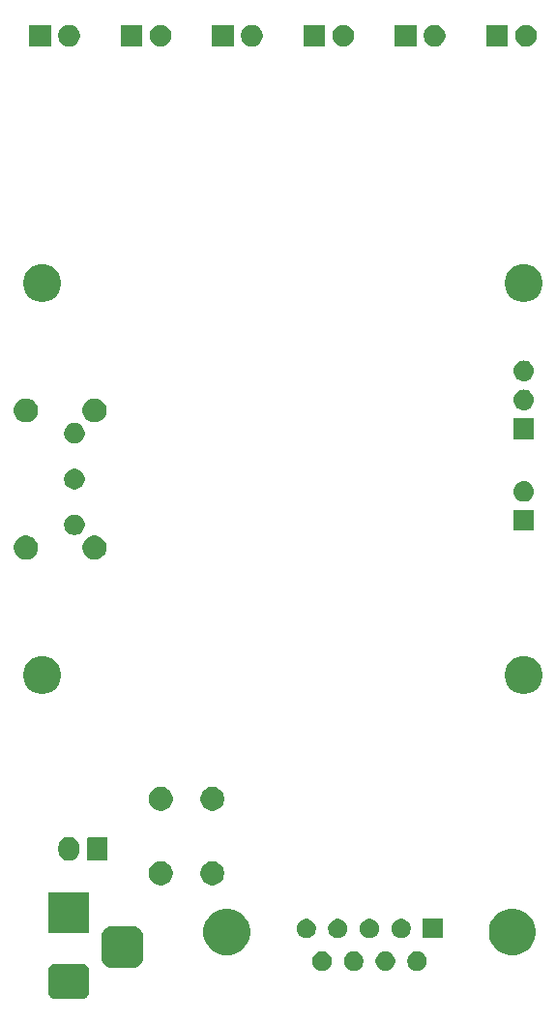
<source format=gbr>
G04 #@! TF.GenerationSoftware,KiCad,Pcbnew,(5.1.0)-1*
G04 #@! TF.CreationDate,2022-02-26T19:57:31-08:00*
G04 #@! TF.ProjectId,BITLINK_12F_R1,4249544c-494e-44b5-9f31-32465f52312e,rev?*
G04 #@! TF.SameCoordinates,PX7755c18PY8cd1ce0*
G04 #@! TF.FileFunction,Soldermask,Bot*
G04 #@! TF.FilePolarity,Negative*
%FSLAX45Y45*%
G04 Gerber Fmt 4.5, Leading zero omitted, Abs format (unit mm)*
G04 Created by KiCad (PCBNEW (5.1.0)-1) date 2022-02-26 19:57:31*
%MOMM*%
%LPD*%
G04 APERTURE LIST*
%ADD10C,0.100000*%
G04 APERTURE END LIST*
D10*
G36*
X659518Y689191D02*
G01*
X672883Y685137D01*
X685198Y678554D01*
X695994Y669694D01*
X704854Y658898D01*
X711437Y646583D01*
X715491Y633218D01*
X716920Y618706D01*
X716920Y452334D01*
X715491Y437822D01*
X711437Y424457D01*
X704854Y412142D01*
X695994Y401346D01*
X685198Y392486D01*
X672883Y385903D01*
X659518Y381849D01*
X645006Y380420D01*
X428634Y380420D01*
X414122Y381849D01*
X400757Y385903D01*
X388442Y392486D01*
X377646Y401346D01*
X368786Y412142D01*
X362203Y424457D01*
X358149Y437822D01*
X356720Y452334D01*
X356720Y618706D01*
X358149Y633218D01*
X362203Y646583D01*
X368786Y658898D01*
X377646Y669694D01*
X388442Y678554D01*
X400757Y685137D01*
X414122Y689191D01*
X428634Y690620D01*
X645006Y690620D01*
X659518Y689191D01*
X659518Y689191D01*
G37*
G36*
X3611143Y794450D02*
G01*
X3626630Y788035D01*
X3640568Y778721D01*
X3652421Y766868D01*
X3661735Y752930D01*
X3668150Y737443D01*
X3671420Y721002D01*
X3671420Y704238D01*
X3668150Y687797D01*
X3661735Y672310D01*
X3652421Y658372D01*
X3640568Y646519D01*
X3626630Y637205D01*
X3611143Y630790D01*
X3594702Y627520D01*
X3577938Y627520D01*
X3561497Y630790D01*
X3546010Y637205D01*
X3532072Y646519D01*
X3520218Y658372D01*
X3510905Y672310D01*
X3504490Y687797D01*
X3501220Y704238D01*
X3501220Y721002D01*
X3504490Y737443D01*
X3510905Y752930D01*
X3520218Y766868D01*
X3532072Y778721D01*
X3546010Y788035D01*
X3561497Y794450D01*
X3577938Y797720D01*
X3594702Y797720D01*
X3611143Y794450D01*
X3611143Y794450D01*
G37*
G36*
X2780143Y794450D02*
G01*
X2795630Y788035D01*
X2809568Y778721D01*
X2821421Y766868D01*
X2830735Y752930D01*
X2837150Y737443D01*
X2840420Y721002D01*
X2840420Y704238D01*
X2837150Y687797D01*
X2830735Y672310D01*
X2821421Y658372D01*
X2809568Y646519D01*
X2795630Y637205D01*
X2780143Y630790D01*
X2763702Y627520D01*
X2746938Y627520D01*
X2730497Y630790D01*
X2715010Y637205D01*
X2701072Y646519D01*
X2689219Y658372D01*
X2679905Y672310D01*
X2673490Y687797D01*
X2670220Y704238D01*
X2670220Y721002D01*
X2673490Y737443D01*
X2679905Y752930D01*
X2689219Y766868D01*
X2701072Y778721D01*
X2715010Y788035D01*
X2730497Y794450D01*
X2746938Y797720D01*
X2763702Y797720D01*
X2780143Y794450D01*
X2780143Y794450D01*
G37*
G36*
X3334143Y794450D02*
G01*
X3349630Y788035D01*
X3363568Y778721D01*
X3375421Y766868D01*
X3384735Y752930D01*
X3391150Y737443D01*
X3394420Y721002D01*
X3394420Y704238D01*
X3391150Y687797D01*
X3384735Y672310D01*
X3375421Y658372D01*
X3363568Y646519D01*
X3349630Y637205D01*
X3334143Y630790D01*
X3317702Y627520D01*
X3300938Y627520D01*
X3284497Y630790D01*
X3269010Y637205D01*
X3255072Y646519D01*
X3243218Y658372D01*
X3233905Y672310D01*
X3227490Y687797D01*
X3224220Y704238D01*
X3224220Y721002D01*
X3227490Y737443D01*
X3233905Y752930D01*
X3243218Y766868D01*
X3255072Y778721D01*
X3269010Y788035D01*
X3284497Y794450D01*
X3300938Y797720D01*
X3317702Y797720D01*
X3334143Y794450D01*
X3334143Y794450D01*
G37*
G36*
X3057143Y794450D02*
G01*
X3072630Y788035D01*
X3086568Y778721D01*
X3098421Y766868D01*
X3107735Y752930D01*
X3114150Y737443D01*
X3117420Y721002D01*
X3117420Y704238D01*
X3114150Y687797D01*
X3107735Y672310D01*
X3098421Y658372D01*
X3086568Y646519D01*
X3072630Y637205D01*
X3057143Y630790D01*
X3040702Y627520D01*
X3023938Y627520D01*
X3007497Y630790D01*
X2992010Y637205D01*
X2978072Y646519D01*
X2966218Y658372D01*
X2956905Y672310D01*
X2950490Y687797D01*
X2947220Y704238D01*
X2947220Y721002D01*
X2950490Y737443D01*
X2956905Y752930D01*
X2966218Y766868D01*
X2978072Y778721D01*
X2992010Y788035D01*
X3007497Y794450D01*
X3023938Y797720D01*
X3040702Y797720D01*
X3057143Y794450D01*
X3057143Y794450D01*
G37*
G36*
X1119457Y1013950D02*
G01*
X1135166Y1009185D01*
X1149643Y1001447D01*
X1162333Y991033D01*
X1172747Y978343D01*
X1180485Y963866D01*
X1185251Y948157D01*
X1186920Y931206D01*
X1186920Y739834D01*
X1185251Y722883D01*
X1180485Y707174D01*
X1172747Y692697D01*
X1162333Y680007D01*
X1149643Y669593D01*
X1135166Y661855D01*
X1119457Y657090D01*
X1102506Y655420D01*
X911134Y655420D01*
X894183Y657090D01*
X878474Y661855D01*
X863997Y669593D01*
X851307Y680007D01*
X840893Y692697D01*
X833155Y707174D01*
X828389Y722883D01*
X826720Y739834D01*
X826720Y931206D01*
X828389Y948157D01*
X833155Y963866D01*
X840893Y978343D01*
X851307Y991033D01*
X863997Y1001447D01*
X878474Y1009185D01*
X894183Y1013950D01*
X911134Y1015620D01*
X1102506Y1015620D01*
X1119457Y1013950D01*
X1119457Y1013950D01*
G37*
G36*
X1980645Y1163838D02*
G01*
X2017971Y1148377D01*
X2017971Y1148377D01*
X2051564Y1125932D01*
X2080132Y1097364D01*
X2097056Y1072035D01*
X2102577Y1063771D01*
X2118038Y1026445D01*
X2125920Y986821D01*
X2125920Y946419D01*
X2118038Y906795D01*
X2102577Y869469D01*
X2102577Y869469D01*
X2080132Y835876D01*
X2051564Y807308D01*
X2017971Y784863D01*
X2017971Y784863D01*
X2017971Y784863D01*
X1980645Y769402D01*
X1941021Y761520D01*
X1900619Y761520D01*
X1860995Y769402D01*
X1823669Y784863D01*
X1823669Y784863D01*
X1823669Y784863D01*
X1790076Y807308D01*
X1761508Y835876D01*
X1739063Y869469D01*
X1739063Y869469D01*
X1723602Y906795D01*
X1715720Y946419D01*
X1715720Y986821D01*
X1723602Y1026445D01*
X1739063Y1063771D01*
X1744584Y1072035D01*
X1761508Y1097364D01*
X1790076Y1125932D01*
X1823669Y1148377D01*
X1823669Y1148377D01*
X1860995Y1163838D01*
X1900619Y1171720D01*
X1941021Y1171720D01*
X1980645Y1163838D01*
X1980645Y1163838D01*
G37*
G36*
X4480645Y1163838D02*
G01*
X4517971Y1148377D01*
X4517971Y1148377D01*
X4551564Y1125932D01*
X4580132Y1097364D01*
X4597056Y1072035D01*
X4602577Y1063771D01*
X4618038Y1026445D01*
X4625920Y986821D01*
X4625920Y946419D01*
X4618038Y906795D01*
X4602577Y869469D01*
X4602577Y869469D01*
X4580132Y835876D01*
X4551564Y807308D01*
X4517971Y784863D01*
X4517971Y784863D01*
X4517971Y784863D01*
X4480645Y769402D01*
X4441021Y761520D01*
X4400619Y761520D01*
X4360995Y769402D01*
X4323669Y784863D01*
X4323669Y784863D01*
X4323669Y784863D01*
X4290076Y807308D01*
X4261508Y835876D01*
X4239063Y869469D01*
X4239063Y869469D01*
X4223602Y906795D01*
X4215720Y946419D01*
X4215720Y986821D01*
X4223602Y1026445D01*
X4239063Y1063771D01*
X4244584Y1072035D01*
X4261508Y1097364D01*
X4290076Y1125932D01*
X4323669Y1148377D01*
X4323669Y1148377D01*
X4360995Y1163838D01*
X4400619Y1171720D01*
X4441021Y1171720D01*
X4480645Y1163838D01*
X4480645Y1163838D01*
G37*
G36*
X3809920Y911520D02*
G01*
X3639720Y911520D01*
X3639720Y1081720D01*
X3809920Y1081720D01*
X3809920Y911520D01*
X3809920Y911520D01*
G37*
G36*
X3472643Y1078450D02*
G01*
X3488130Y1072035D01*
X3502068Y1062722D01*
X3513921Y1050868D01*
X3523235Y1036930D01*
X3529650Y1021443D01*
X3532920Y1005002D01*
X3532920Y988238D01*
X3529650Y971797D01*
X3523235Y956310D01*
X3513921Y942372D01*
X3502068Y930518D01*
X3488130Y921205D01*
X3472643Y914790D01*
X3456202Y911520D01*
X3439438Y911520D01*
X3422997Y914790D01*
X3407510Y921205D01*
X3393572Y930518D01*
X3381718Y942372D01*
X3372405Y956310D01*
X3365990Y971797D01*
X3362720Y988238D01*
X3362720Y1005002D01*
X3365990Y1021443D01*
X3372405Y1036930D01*
X3381718Y1050868D01*
X3393572Y1062722D01*
X3407510Y1072035D01*
X3422997Y1078450D01*
X3439438Y1081720D01*
X3456202Y1081720D01*
X3472643Y1078450D01*
X3472643Y1078450D01*
G37*
G36*
X3195643Y1078450D02*
G01*
X3211130Y1072035D01*
X3225068Y1062722D01*
X3236921Y1050868D01*
X3246235Y1036930D01*
X3252650Y1021443D01*
X3255920Y1005002D01*
X3255920Y988238D01*
X3252650Y971797D01*
X3246235Y956310D01*
X3236921Y942372D01*
X3225068Y930518D01*
X3211130Y921205D01*
X3195643Y914790D01*
X3179202Y911520D01*
X3162438Y911520D01*
X3145997Y914790D01*
X3130510Y921205D01*
X3116572Y930518D01*
X3104718Y942372D01*
X3095405Y956310D01*
X3088990Y971797D01*
X3085720Y988238D01*
X3085720Y1005002D01*
X3088990Y1021443D01*
X3095405Y1036930D01*
X3104718Y1050868D01*
X3116572Y1062722D01*
X3130510Y1072035D01*
X3145997Y1078450D01*
X3162438Y1081720D01*
X3179202Y1081720D01*
X3195643Y1078450D01*
X3195643Y1078450D01*
G37*
G36*
X2918643Y1078450D02*
G01*
X2934130Y1072035D01*
X2948068Y1062722D01*
X2959921Y1050868D01*
X2969235Y1036930D01*
X2975650Y1021443D01*
X2978920Y1005002D01*
X2978920Y988238D01*
X2975650Y971797D01*
X2969235Y956310D01*
X2959921Y942372D01*
X2948068Y930518D01*
X2934130Y921205D01*
X2918643Y914790D01*
X2902202Y911520D01*
X2885438Y911520D01*
X2868997Y914790D01*
X2853510Y921205D01*
X2839572Y930518D01*
X2827718Y942372D01*
X2818405Y956310D01*
X2811990Y971797D01*
X2808720Y988238D01*
X2808720Y1005002D01*
X2811990Y1021443D01*
X2818405Y1036930D01*
X2827718Y1050868D01*
X2839572Y1062722D01*
X2853510Y1072035D01*
X2868997Y1078450D01*
X2885438Y1081720D01*
X2902202Y1081720D01*
X2918643Y1078450D01*
X2918643Y1078450D01*
G37*
G36*
X2641643Y1078450D02*
G01*
X2657130Y1072035D01*
X2671068Y1062722D01*
X2682922Y1050868D01*
X2692235Y1036930D01*
X2698650Y1021443D01*
X2701920Y1005002D01*
X2701920Y988238D01*
X2698650Y971797D01*
X2692235Y956310D01*
X2682922Y942372D01*
X2671068Y930518D01*
X2657130Y921205D01*
X2641643Y914790D01*
X2625202Y911520D01*
X2608438Y911520D01*
X2591997Y914790D01*
X2576510Y921205D01*
X2562572Y930518D01*
X2550719Y942372D01*
X2541405Y956310D01*
X2534990Y971797D01*
X2531720Y988238D01*
X2531720Y1005002D01*
X2534990Y1021443D01*
X2541405Y1036930D01*
X2550719Y1050868D01*
X2562572Y1062722D01*
X2576510Y1072035D01*
X2591997Y1078450D01*
X2608438Y1081720D01*
X2625202Y1081720D01*
X2641643Y1078450D01*
X2641643Y1078450D01*
G37*
G36*
X716920Y955420D02*
G01*
X356720Y955420D01*
X356720Y1315620D01*
X716920Y1315620D01*
X716920Y955420D01*
X716920Y955420D01*
G37*
G36*
X1374788Y1582593D02*
G01*
X1393915Y1574670D01*
X1393916Y1574670D01*
X1411129Y1563168D01*
X1425768Y1548529D01*
X1437270Y1531315D01*
X1445193Y1512188D01*
X1449232Y1491884D01*
X1449232Y1471180D01*
X1445193Y1450876D01*
X1437270Y1431749D01*
X1437270Y1431748D01*
X1425768Y1414535D01*
X1411129Y1399895D01*
X1393916Y1388394D01*
X1393915Y1388394D01*
X1393915Y1388394D01*
X1374788Y1380471D01*
X1354484Y1376432D01*
X1333780Y1376432D01*
X1313476Y1380471D01*
X1294349Y1388394D01*
X1294349Y1388394D01*
X1294349Y1388394D01*
X1277135Y1399895D01*
X1262496Y1414535D01*
X1250994Y1431748D01*
X1250994Y1431749D01*
X1243071Y1450876D01*
X1239032Y1471180D01*
X1239032Y1491884D01*
X1243071Y1512188D01*
X1250994Y1531315D01*
X1262496Y1548529D01*
X1277135Y1563168D01*
X1294349Y1574670D01*
X1294349Y1574670D01*
X1313476Y1582593D01*
X1333780Y1586632D01*
X1354484Y1586632D01*
X1374788Y1582593D01*
X1374788Y1582593D01*
G37*
G36*
X1824788Y1582593D02*
G01*
X1843915Y1574670D01*
X1843915Y1574670D01*
X1861129Y1563168D01*
X1875768Y1548529D01*
X1887270Y1531315D01*
X1895193Y1512188D01*
X1899232Y1491884D01*
X1899232Y1471180D01*
X1895193Y1450876D01*
X1887270Y1431749D01*
X1887270Y1431748D01*
X1875768Y1414535D01*
X1861129Y1399895D01*
X1843915Y1388394D01*
X1843915Y1388394D01*
X1843915Y1388394D01*
X1824788Y1380471D01*
X1804484Y1376432D01*
X1783780Y1376432D01*
X1763476Y1380471D01*
X1744349Y1388394D01*
X1744349Y1388394D01*
X1744348Y1388394D01*
X1727135Y1399895D01*
X1712495Y1414535D01*
X1700994Y1431748D01*
X1700993Y1431749D01*
X1693071Y1450876D01*
X1689032Y1471180D01*
X1689032Y1491884D01*
X1693071Y1512188D01*
X1700993Y1531315D01*
X1712495Y1548529D01*
X1727135Y1563168D01*
X1744348Y1574670D01*
X1744349Y1574670D01*
X1763476Y1582593D01*
X1783780Y1586632D01*
X1804484Y1586632D01*
X1824788Y1582593D01*
X1824788Y1582593D01*
G37*
G36*
X555003Y1798156D02*
G01*
X571987Y1793004D01*
X587639Y1784638D01*
X591213Y1781705D01*
X601359Y1773379D01*
X609685Y1763233D01*
X612618Y1759659D01*
X620984Y1744007D01*
X626136Y1727023D01*
X627440Y1713786D01*
X627440Y1674934D01*
X626136Y1661697D01*
X620984Y1644713D01*
X612618Y1629061D01*
X609685Y1625487D01*
X601359Y1615341D01*
X587639Y1604082D01*
X571987Y1595716D01*
X571987Y1595716D01*
X555003Y1590564D01*
X537340Y1588824D01*
X519677Y1590564D01*
X502693Y1595716D01*
X487041Y1604082D01*
X482815Y1607550D01*
X473321Y1615341D01*
X462062Y1629061D01*
X453696Y1644713D01*
X453696Y1644713D01*
X448544Y1661697D01*
X447240Y1674934D01*
X447240Y1713786D01*
X448544Y1727023D01*
X453696Y1744007D01*
X462062Y1759659D01*
X473321Y1773378D01*
X487041Y1784638D01*
X502693Y1793004D01*
X519677Y1798156D01*
X537340Y1799896D01*
X555003Y1798156D01*
X555003Y1798156D01*
G37*
G36*
X863200Y1799061D02*
G01*
X866505Y1798058D01*
X869550Y1796431D01*
X872220Y1794240D01*
X874411Y1791570D01*
X876038Y1788525D01*
X877041Y1785220D01*
X877440Y1781170D01*
X877440Y1607550D01*
X877041Y1603500D01*
X876038Y1600195D01*
X874411Y1597150D01*
X872220Y1594480D01*
X869550Y1592289D01*
X866505Y1590661D01*
X863200Y1589659D01*
X859150Y1589260D01*
X715530Y1589260D01*
X711480Y1589659D01*
X708175Y1590661D01*
X705130Y1592289D01*
X702460Y1594480D01*
X700269Y1597150D01*
X698642Y1600195D01*
X697639Y1603500D01*
X697240Y1607550D01*
X697240Y1781170D01*
X697639Y1785220D01*
X698642Y1788525D01*
X700269Y1791570D01*
X702460Y1794240D01*
X705130Y1796431D01*
X708175Y1798058D01*
X711480Y1799061D01*
X715530Y1799460D01*
X859150Y1799460D01*
X863200Y1799061D01*
X863200Y1799061D01*
G37*
G36*
X1824788Y2232593D02*
G01*
X1843915Y2224671D01*
X1843915Y2224670D01*
X1861129Y2213169D01*
X1875768Y2198529D01*
X1887270Y2181315D01*
X1895193Y2162188D01*
X1899232Y2141884D01*
X1899232Y2121180D01*
X1895193Y2100876D01*
X1887270Y2081749D01*
X1887270Y2081748D01*
X1875768Y2064535D01*
X1861129Y2049895D01*
X1843915Y2038394D01*
X1843915Y2038393D01*
X1843915Y2038393D01*
X1824788Y2030471D01*
X1804484Y2026432D01*
X1783780Y2026432D01*
X1763476Y2030471D01*
X1744349Y2038393D01*
X1744349Y2038393D01*
X1744348Y2038394D01*
X1727135Y2049895D01*
X1712495Y2064535D01*
X1700994Y2081748D01*
X1700993Y2081749D01*
X1693071Y2100876D01*
X1689032Y2121180D01*
X1689032Y2141884D01*
X1693071Y2162188D01*
X1700993Y2181315D01*
X1712495Y2198529D01*
X1727135Y2213169D01*
X1744348Y2224670D01*
X1744349Y2224671D01*
X1763476Y2232593D01*
X1783780Y2236632D01*
X1804484Y2236632D01*
X1824788Y2232593D01*
X1824788Y2232593D01*
G37*
G36*
X1374788Y2232593D02*
G01*
X1393915Y2224671D01*
X1393916Y2224670D01*
X1411129Y2213169D01*
X1425768Y2198529D01*
X1437270Y2181315D01*
X1445193Y2162188D01*
X1449232Y2141884D01*
X1449232Y2121180D01*
X1445193Y2100876D01*
X1437270Y2081749D01*
X1437270Y2081748D01*
X1425768Y2064535D01*
X1411129Y2049895D01*
X1393916Y2038394D01*
X1393915Y2038393D01*
X1393915Y2038393D01*
X1374788Y2030471D01*
X1354484Y2026432D01*
X1333780Y2026432D01*
X1313476Y2030471D01*
X1294349Y2038393D01*
X1294349Y2038393D01*
X1294349Y2038394D01*
X1277135Y2049895D01*
X1262496Y2064535D01*
X1250994Y2081748D01*
X1250994Y2081749D01*
X1243071Y2100876D01*
X1239032Y2121180D01*
X1239032Y2141884D01*
X1243071Y2162188D01*
X1250994Y2181315D01*
X1262496Y2198529D01*
X1277135Y2213169D01*
X1294349Y2224670D01*
X1294349Y2224671D01*
X1313476Y2232593D01*
X1333780Y2236632D01*
X1354484Y2236632D01*
X1374788Y2232593D01*
X1374788Y2232593D01*
G37*
G36*
X4558726Y3375570D02*
G01*
X4569358Y3373455D01*
X4599404Y3361010D01*
X4626445Y3342941D01*
X4649442Y3319945D01*
X4667510Y3292904D01*
X4679955Y3262858D01*
X4686300Y3230961D01*
X4686300Y3198439D01*
X4679955Y3166542D01*
X4667510Y3136496D01*
X4649442Y3109455D01*
X4626445Y3086458D01*
X4599404Y3068390D01*
X4569358Y3055945D01*
X4558726Y3053830D01*
X4537461Y3049600D01*
X4504939Y3049600D01*
X4483674Y3053830D01*
X4473042Y3055945D01*
X4442996Y3068390D01*
X4415955Y3086458D01*
X4392959Y3109455D01*
X4374890Y3136496D01*
X4362445Y3166542D01*
X4356100Y3198439D01*
X4356100Y3230961D01*
X4362445Y3262858D01*
X4374890Y3292904D01*
X4392959Y3319945D01*
X4415955Y3342941D01*
X4442996Y3361010D01*
X4473042Y3373455D01*
X4483674Y3375570D01*
X4504939Y3379800D01*
X4537461Y3379800D01*
X4558726Y3375570D01*
X4558726Y3375570D01*
G37*
G36*
X342326Y3375570D02*
G01*
X352958Y3373455D01*
X383004Y3361010D01*
X410045Y3342941D01*
X433041Y3319945D01*
X451110Y3292904D01*
X463555Y3262858D01*
X469900Y3230961D01*
X469900Y3198439D01*
X463555Y3166542D01*
X451110Y3136496D01*
X433041Y3109455D01*
X410045Y3086458D01*
X383004Y3068390D01*
X352958Y3055945D01*
X342326Y3053830D01*
X321061Y3049600D01*
X288539Y3049600D01*
X267274Y3053830D01*
X256642Y3055945D01*
X226596Y3068390D01*
X199555Y3086458D01*
X176558Y3109455D01*
X158490Y3136496D01*
X146045Y3166542D01*
X139700Y3198439D01*
X139700Y3230961D01*
X146045Y3262858D01*
X158490Y3292904D01*
X176558Y3319945D01*
X199555Y3342941D01*
X226596Y3361010D01*
X256642Y3373455D01*
X267274Y3375570D01*
X288539Y3379800D01*
X321061Y3379800D01*
X342326Y3375570D01*
X342326Y3375570D01*
G37*
G36*
X792476Y4430261D02*
G01*
X811603Y4422339D01*
X811603Y4422338D01*
X828817Y4410837D01*
X843456Y4396197D01*
X854958Y4378983D01*
X862881Y4359856D01*
X866920Y4339552D01*
X866920Y4318848D01*
X862881Y4298544D01*
X854958Y4279417D01*
X854958Y4279417D01*
X843456Y4262203D01*
X828817Y4247564D01*
X811603Y4236062D01*
X811603Y4236062D01*
X811603Y4236062D01*
X792476Y4228139D01*
X772172Y4224100D01*
X751468Y4224100D01*
X731164Y4228139D01*
X712037Y4236062D01*
X712037Y4236062D01*
X712036Y4236062D01*
X694823Y4247564D01*
X680184Y4262203D01*
X668682Y4279417D01*
X668682Y4279417D01*
X660759Y4298544D01*
X656720Y4318848D01*
X656720Y4339552D01*
X660759Y4359856D01*
X668682Y4378983D01*
X680184Y4396197D01*
X694823Y4410837D01*
X712036Y4422338D01*
X712037Y4422339D01*
X731164Y4430261D01*
X751468Y4434300D01*
X772172Y4434300D01*
X792476Y4430261D01*
X792476Y4430261D01*
G37*
G36*
X192476Y4430261D02*
G01*
X211603Y4422339D01*
X211603Y4422338D01*
X228817Y4410837D01*
X243456Y4396197D01*
X254958Y4378983D01*
X262881Y4359856D01*
X266920Y4339552D01*
X266920Y4318848D01*
X262881Y4298544D01*
X254958Y4279417D01*
X254958Y4279417D01*
X243456Y4262203D01*
X228817Y4247564D01*
X211603Y4236062D01*
X211603Y4236062D01*
X211603Y4236062D01*
X192476Y4228139D01*
X172172Y4224100D01*
X151468Y4224100D01*
X131164Y4228139D01*
X112037Y4236062D01*
X112037Y4236062D01*
X112036Y4236062D01*
X94823Y4247564D01*
X80184Y4262203D01*
X68682Y4279417D01*
X68682Y4279417D01*
X60759Y4298544D01*
X56720Y4318848D01*
X56720Y4339552D01*
X60759Y4359856D01*
X68682Y4378983D01*
X80184Y4396197D01*
X94823Y4410837D01*
X112036Y4422338D01*
X112037Y4422339D01*
X131164Y4430261D01*
X151468Y4434300D01*
X172172Y4434300D01*
X192476Y4430261D01*
X192476Y4430261D01*
G37*
G36*
X598171Y4618807D02*
G01*
X613101Y4615838D01*
X629498Y4609046D01*
X644255Y4599185D01*
X656805Y4586635D01*
X666666Y4571878D01*
X673458Y4555481D01*
X676920Y4538074D01*
X676920Y4520326D01*
X673458Y4502919D01*
X666666Y4486522D01*
X656805Y4471765D01*
X644255Y4459215D01*
X629498Y4449354D01*
X613101Y4442562D01*
X598171Y4439593D01*
X595694Y4439100D01*
X577946Y4439100D01*
X575469Y4439593D01*
X560539Y4442562D01*
X544142Y4449354D01*
X529385Y4459215D01*
X516835Y4471765D01*
X506974Y4486522D01*
X500182Y4502919D01*
X496720Y4520326D01*
X496720Y4538074D01*
X500182Y4555481D01*
X506974Y4571878D01*
X516835Y4586635D01*
X529385Y4599185D01*
X544142Y4609046D01*
X560539Y4615838D01*
X575469Y4618807D01*
X577946Y4619300D01*
X595694Y4619300D01*
X598171Y4618807D01*
X598171Y4618807D01*
G37*
G36*
X4611300Y4475900D02*
G01*
X4431100Y4475900D01*
X4431100Y4656100D01*
X4611300Y4656100D01*
X4611300Y4475900D01*
X4611300Y4475900D01*
G37*
G36*
X4532244Y4909448D02*
G01*
X4538863Y4908796D01*
X4555847Y4903644D01*
X4571499Y4895278D01*
X4575073Y4892345D01*
X4585219Y4884019D01*
X4593545Y4873873D01*
X4596478Y4870299D01*
X4604844Y4854647D01*
X4609996Y4837663D01*
X4611736Y4820000D01*
X4609996Y4802337D01*
X4604844Y4785353D01*
X4596478Y4769701D01*
X4593545Y4766127D01*
X4585219Y4755981D01*
X4575073Y4747655D01*
X4571499Y4744722D01*
X4555847Y4736356D01*
X4538863Y4731204D01*
X4532244Y4730552D01*
X4525626Y4729900D01*
X4516774Y4729900D01*
X4510156Y4730552D01*
X4503537Y4731204D01*
X4486553Y4736356D01*
X4470901Y4744722D01*
X4467327Y4747655D01*
X4457181Y4755981D01*
X4448855Y4766127D01*
X4445922Y4769701D01*
X4437556Y4785353D01*
X4432404Y4802337D01*
X4430664Y4820000D01*
X4432404Y4837663D01*
X4437556Y4854647D01*
X4445922Y4870299D01*
X4448855Y4873873D01*
X4457181Y4884019D01*
X4467327Y4892345D01*
X4470901Y4895278D01*
X4486553Y4903644D01*
X4503537Y4908796D01*
X4510156Y4909448D01*
X4516774Y4910100D01*
X4525626Y4910100D01*
X4532244Y4909448D01*
X4532244Y4909448D01*
G37*
G36*
X598171Y5018807D02*
G01*
X613101Y5015838D01*
X629498Y5009046D01*
X644255Y4999185D01*
X656805Y4986635D01*
X666666Y4971878D01*
X673458Y4955481D01*
X676920Y4938074D01*
X676920Y4920326D01*
X673458Y4902919D01*
X666666Y4886522D01*
X656805Y4871765D01*
X644255Y4859215D01*
X629498Y4849354D01*
X613101Y4842562D01*
X598171Y4839593D01*
X595694Y4839100D01*
X577946Y4839100D01*
X575469Y4839593D01*
X560539Y4842562D01*
X544142Y4849354D01*
X529385Y4859215D01*
X516835Y4871765D01*
X506974Y4886522D01*
X500182Y4902919D01*
X496720Y4920326D01*
X496720Y4938074D01*
X500182Y4955481D01*
X506974Y4971878D01*
X516835Y4986635D01*
X529385Y4999185D01*
X544142Y5009046D01*
X560539Y5015838D01*
X575469Y5018807D01*
X577946Y5019300D01*
X595694Y5019300D01*
X598171Y5018807D01*
X598171Y5018807D01*
G37*
G36*
X598171Y5418807D02*
G01*
X613101Y5415838D01*
X629498Y5409046D01*
X644255Y5399185D01*
X656805Y5386635D01*
X666666Y5371878D01*
X673458Y5355481D01*
X676920Y5338074D01*
X676920Y5320326D01*
X673458Y5302919D01*
X666666Y5286522D01*
X656805Y5271765D01*
X644255Y5259215D01*
X629498Y5249354D01*
X613101Y5242562D01*
X598171Y5239593D01*
X595694Y5239100D01*
X577946Y5239100D01*
X575469Y5239593D01*
X560539Y5242562D01*
X544142Y5249354D01*
X529385Y5259215D01*
X516835Y5271765D01*
X506974Y5286522D01*
X500182Y5302919D01*
X496720Y5320326D01*
X496720Y5338074D01*
X500182Y5355481D01*
X506974Y5371878D01*
X516835Y5386635D01*
X529385Y5399185D01*
X544142Y5409046D01*
X560539Y5415838D01*
X575469Y5418807D01*
X577946Y5419300D01*
X595694Y5419300D01*
X598171Y5418807D01*
X598171Y5418807D01*
G37*
G36*
X4611300Y5277900D02*
G01*
X4431100Y5277900D01*
X4431100Y5458100D01*
X4611300Y5458100D01*
X4611300Y5277900D01*
X4611300Y5277900D01*
G37*
G36*
X792476Y5630261D02*
G01*
X811603Y5622338D01*
X811603Y5622338D01*
X828817Y5610836D01*
X843456Y5596197D01*
X854958Y5578983D01*
X862881Y5559856D01*
X866920Y5539552D01*
X866920Y5518848D01*
X862881Y5498544D01*
X854958Y5479417D01*
X854958Y5479417D01*
X843456Y5462203D01*
X828817Y5447564D01*
X811603Y5436062D01*
X811603Y5436062D01*
X811603Y5436062D01*
X792476Y5428139D01*
X772172Y5424100D01*
X751468Y5424100D01*
X731164Y5428139D01*
X712037Y5436062D01*
X712037Y5436062D01*
X712036Y5436062D01*
X694823Y5447564D01*
X680184Y5462203D01*
X668682Y5479417D01*
X668682Y5479417D01*
X660759Y5498544D01*
X656720Y5518848D01*
X656720Y5539552D01*
X660759Y5559856D01*
X668682Y5578983D01*
X680184Y5596197D01*
X694823Y5610836D01*
X712036Y5622338D01*
X712037Y5622338D01*
X731164Y5630261D01*
X751468Y5634300D01*
X772172Y5634300D01*
X792476Y5630261D01*
X792476Y5630261D01*
G37*
G36*
X192476Y5630261D02*
G01*
X211603Y5622338D01*
X211603Y5622338D01*
X228817Y5610836D01*
X243456Y5596197D01*
X254958Y5578983D01*
X262881Y5559856D01*
X266920Y5539552D01*
X266920Y5518848D01*
X262881Y5498544D01*
X254958Y5479417D01*
X254958Y5479417D01*
X243456Y5462203D01*
X228817Y5447564D01*
X211603Y5436062D01*
X211603Y5436062D01*
X211603Y5436062D01*
X192476Y5428139D01*
X172172Y5424100D01*
X151468Y5424100D01*
X131164Y5428139D01*
X112037Y5436062D01*
X112037Y5436062D01*
X112036Y5436062D01*
X94823Y5447564D01*
X80184Y5462203D01*
X68682Y5479417D01*
X68682Y5479417D01*
X60759Y5498544D01*
X56720Y5518848D01*
X56720Y5539552D01*
X60759Y5559856D01*
X68682Y5578983D01*
X80184Y5596197D01*
X94823Y5610836D01*
X112036Y5622338D01*
X112037Y5622338D01*
X131164Y5630261D01*
X151468Y5634300D01*
X172172Y5634300D01*
X192476Y5630261D01*
X192476Y5630261D01*
G37*
G36*
X4532244Y5711448D02*
G01*
X4538863Y5710796D01*
X4555847Y5705644D01*
X4571499Y5697278D01*
X4575073Y5694345D01*
X4585219Y5686019D01*
X4593545Y5675873D01*
X4596478Y5672299D01*
X4604844Y5656647D01*
X4609996Y5639663D01*
X4611736Y5622000D01*
X4609996Y5604337D01*
X4604844Y5587353D01*
X4596478Y5571701D01*
X4593545Y5568127D01*
X4585219Y5557981D01*
X4575073Y5549655D01*
X4571499Y5546722D01*
X4555847Y5538356D01*
X4538863Y5533204D01*
X4532244Y5532552D01*
X4525626Y5531900D01*
X4516774Y5531900D01*
X4510156Y5532552D01*
X4503537Y5533204D01*
X4486553Y5538356D01*
X4470901Y5546722D01*
X4467327Y5549655D01*
X4457181Y5557981D01*
X4448855Y5568127D01*
X4445922Y5571701D01*
X4437556Y5587353D01*
X4432404Y5604337D01*
X4430664Y5622000D01*
X4432404Y5639663D01*
X4437556Y5656647D01*
X4445922Y5672299D01*
X4448855Y5675873D01*
X4457181Y5686019D01*
X4467327Y5694345D01*
X4470901Y5697278D01*
X4486553Y5705644D01*
X4503537Y5710796D01*
X4510156Y5711448D01*
X4516774Y5712100D01*
X4525626Y5712100D01*
X4532244Y5711448D01*
X4532244Y5711448D01*
G37*
G36*
X4532244Y5965448D02*
G01*
X4538863Y5964796D01*
X4555847Y5959644D01*
X4571499Y5951278D01*
X4575073Y5948345D01*
X4585219Y5940019D01*
X4593545Y5929873D01*
X4596478Y5926299D01*
X4604844Y5910647D01*
X4609996Y5893663D01*
X4611736Y5876000D01*
X4609996Y5858337D01*
X4604844Y5841353D01*
X4596478Y5825701D01*
X4593545Y5822127D01*
X4585219Y5811981D01*
X4575073Y5803655D01*
X4571499Y5800722D01*
X4555847Y5792356D01*
X4538863Y5787204D01*
X4532244Y5786552D01*
X4525626Y5785900D01*
X4516774Y5785900D01*
X4510156Y5786552D01*
X4503537Y5787204D01*
X4486553Y5792356D01*
X4470901Y5800722D01*
X4467327Y5803655D01*
X4457181Y5811981D01*
X4448855Y5822127D01*
X4445922Y5825701D01*
X4437556Y5841353D01*
X4432404Y5858337D01*
X4430664Y5876000D01*
X4432404Y5893663D01*
X4437556Y5910647D01*
X4445922Y5926299D01*
X4448855Y5929873D01*
X4457181Y5940019D01*
X4467327Y5948345D01*
X4470901Y5951278D01*
X4486553Y5959644D01*
X4503537Y5964796D01*
X4510156Y5965448D01*
X4516774Y5966100D01*
X4525626Y5966100D01*
X4532244Y5965448D01*
X4532244Y5965448D01*
G37*
G36*
X4558726Y6804570D02*
G01*
X4569358Y6802455D01*
X4599404Y6790010D01*
X4626445Y6771941D01*
X4649442Y6748945D01*
X4667510Y6721904D01*
X4679955Y6691858D01*
X4686300Y6659961D01*
X4686300Y6627439D01*
X4679955Y6595542D01*
X4667510Y6565496D01*
X4649442Y6538455D01*
X4626445Y6515458D01*
X4599404Y6497390D01*
X4569358Y6484945D01*
X4558726Y6482830D01*
X4537461Y6478600D01*
X4504939Y6478600D01*
X4483674Y6482830D01*
X4473042Y6484945D01*
X4442996Y6497390D01*
X4415955Y6515458D01*
X4392959Y6538455D01*
X4374890Y6565496D01*
X4362445Y6595542D01*
X4356100Y6627439D01*
X4356100Y6659961D01*
X4362445Y6691858D01*
X4374890Y6721904D01*
X4392959Y6748945D01*
X4415955Y6771941D01*
X4442996Y6790010D01*
X4473042Y6802455D01*
X4483674Y6804570D01*
X4504939Y6808800D01*
X4537461Y6808800D01*
X4558726Y6804570D01*
X4558726Y6804570D01*
G37*
G36*
X342326Y6804570D02*
G01*
X352958Y6802455D01*
X383004Y6790010D01*
X410045Y6771941D01*
X433041Y6748945D01*
X451110Y6721904D01*
X463555Y6691858D01*
X469900Y6659961D01*
X469900Y6627439D01*
X463555Y6595542D01*
X451110Y6565496D01*
X433041Y6538455D01*
X410045Y6515458D01*
X383004Y6497390D01*
X352958Y6484945D01*
X342326Y6482830D01*
X321061Y6478600D01*
X288539Y6478600D01*
X267274Y6482830D01*
X256642Y6484945D01*
X226596Y6497390D01*
X199555Y6515458D01*
X176558Y6538455D01*
X158490Y6565496D01*
X146045Y6595542D01*
X139700Y6627439D01*
X139700Y6659961D01*
X146045Y6691858D01*
X158490Y6721904D01*
X176558Y6748945D01*
X199555Y6771941D01*
X226596Y6790010D01*
X256642Y6802455D01*
X267274Y6804570D01*
X288539Y6808800D01*
X321061Y6808800D01*
X342326Y6804570D01*
X342326Y6804570D01*
G37*
G36*
X381100Y8713300D02*
G01*
X190900Y8713300D01*
X190900Y8903500D01*
X381100Y8903500D01*
X381100Y8713300D01*
X381100Y8713300D01*
G37*
G36*
X567740Y8899845D02*
G01*
X585047Y8892677D01*
X585047Y8892677D01*
X600623Y8882269D01*
X613869Y8869023D01*
X613869Y8869023D01*
X624277Y8853447D01*
X631445Y8836140D01*
X635100Y8817767D01*
X635100Y8799033D01*
X631445Y8780661D01*
X624277Y8763353D01*
X624277Y8763353D01*
X613869Y8747777D01*
X600623Y8734531D01*
X592782Y8729292D01*
X585047Y8724123D01*
X567740Y8716955D01*
X549367Y8713300D01*
X530633Y8713300D01*
X512260Y8716955D01*
X494953Y8724123D01*
X487218Y8729292D01*
X479377Y8734531D01*
X466131Y8747777D01*
X455723Y8763353D01*
X455723Y8763353D01*
X448555Y8780661D01*
X444900Y8799033D01*
X444900Y8817767D01*
X448555Y8836140D01*
X455723Y8853447D01*
X466131Y8869023D01*
X466131Y8869023D01*
X479377Y8882269D01*
X494953Y8892677D01*
X494953Y8892677D01*
X512260Y8899845D01*
X530633Y8903500D01*
X549367Y8903500D01*
X567740Y8899845D01*
X567740Y8899845D01*
G37*
G36*
X1367740Y8899845D02*
G01*
X1385047Y8892677D01*
X1385047Y8892677D01*
X1400623Y8882269D01*
X1413869Y8869023D01*
X1413869Y8869023D01*
X1424277Y8853447D01*
X1431445Y8836140D01*
X1435100Y8817767D01*
X1435100Y8799033D01*
X1431445Y8780661D01*
X1424277Y8763353D01*
X1424276Y8763353D01*
X1413869Y8747777D01*
X1400623Y8734531D01*
X1392782Y8729292D01*
X1385047Y8724123D01*
X1367740Y8716955D01*
X1349367Y8713300D01*
X1330633Y8713300D01*
X1312261Y8716955D01*
X1294953Y8724123D01*
X1287218Y8729292D01*
X1279377Y8734531D01*
X1266131Y8747777D01*
X1255724Y8763353D01*
X1255723Y8763353D01*
X1248555Y8780661D01*
X1244900Y8799033D01*
X1244900Y8817767D01*
X1248555Y8836140D01*
X1255723Y8853447D01*
X1266131Y8869023D01*
X1266131Y8869023D01*
X1279377Y8882269D01*
X1294953Y8892677D01*
X1294953Y8892677D01*
X1312261Y8899845D01*
X1330633Y8903500D01*
X1349367Y8903500D01*
X1367740Y8899845D01*
X1367740Y8899845D01*
G37*
G36*
X1981100Y8713300D02*
G01*
X1790900Y8713300D01*
X1790900Y8903500D01*
X1981100Y8903500D01*
X1981100Y8713300D01*
X1981100Y8713300D01*
G37*
G36*
X2167740Y8899845D02*
G01*
X2185047Y8892677D01*
X2185047Y8892677D01*
X2200623Y8882269D01*
X2213869Y8869023D01*
X2213869Y8869023D01*
X2224277Y8853447D01*
X2231445Y8836140D01*
X2235100Y8817767D01*
X2235100Y8799033D01*
X2231445Y8780661D01*
X2224277Y8763353D01*
X2224277Y8763353D01*
X2213869Y8747777D01*
X2200623Y8734531D01*
X2192782Y8729292D01*
X2185047Y8724123D01*
X2167740Y8716955D01*
X2149367Y8713300D01*
X2130633Y8713300D01*
X2112261Y8716955D01*
X2094953Y8724123D01*
X2087218Y8729292D01*
X2079377Y8734531D01*
X2066131Y8747777D01*
X2055723Y8763353D01*
X2055723Y8763353D01*
X2048555Y8780661D01*
X2044900Y8799033D01*
X2044900Y8817767D01*
X2048555Y8836140D01*
X2055723Y8853447D01*
X2066131Y8869023D01*
X2066131Y8869023D01*
X2079377Y8882269D01*
X2094953Y8892677D01*
X2094953Y8892677D01*
X2112261Y8899845D01*
X2130633Y8903500D01*
X2149367Y8903500D01*
X2167740Y8899845D01*
X2167740Y8899845D01*
G37*
G36*
X2781100Y8713300D02*
G01*
X2590900Y8713300D01*
X2590900Y8903500D01*
X2781100Y8903500D01*
X2781100Y8713300D01*
X2781100Y8713300D01*
G37*
G36*
X2967739Y8899845D02*
G01*
X2985047Y8892677D01*
X2985047Y8892677D01*
X3000623Y8882269D01*
X3013869Y8869023D01*
X3013869Y8869023D01*
X3024277Y8853447D01*
X3031445Y8836140D01*
X3035100Y8817767D01*
X3035100Y8799033D01*
X3031445Y8780661D01*
X3024277Y8763353D01*
X3024276Y8763353D01*
X3013869Y8747777D01*
X3000623Y8734531D01*
X2992782Y8729292D01*
X2985047Y8724123D01*
X2967739Y8716955D01*
X2949367Y8713300D01*
X2930633Y8713300D01*
X2912260Y8716955D01*
X2894953Y8724123D01*
X2887218Y8729292D01*
X2879377Y8734531D01*
X2866131Y8747777D01*
X2855723Y8763353D01*
X2855723Y8763353D01*
X2848555Y8780661D01*
X2844900Y8799033D01*
X2844900Y8817767D01*
X2848555Y8836140D01*
X2855723Y8853447D01*
X2866131Y8869023D01*
X2866131Y8869023D01*
X2879377Y8882269D01*
X2894953Y8892677D01*
X2894953Y8892677D01*
X2912260Y8899845D01*
X2930633Y8903500D01*
X2949367Y8903500D01*
X2967739Y8899845D01*
X2967739Y8899845D01*
G37*
G36*
X3581100Y8713300D02*
G01*
X3390900Y8713300D01*
X3390900Y8903500D01*
X3581100Y8903500D01*
X3581100Y8713300D01*
X3581100Y8713300D01*
G37*
G36*
X3767739Y8899845D02*
G01*
X3785047Y8892677D01*
X3785047Y8892677D01*
X3800623Y8882269D01*
X3813869Y8869023D01*
X3813869Y8869023D01*
X3824277Y8853447D01*
X3831445Y8836140D01*
X3835100Y8817767D01*
X3835100Y8799033D01*
X3831445Y8780661D01*
X3824277Y8763353D01*
X3824276Y8763353D01*
X3813869Y8747777D01*
X3800623Y8734531D01*
X3792782Y8729292D01*
X3785047Y8724123D01*
X3767739Y8716955D01*
X3749367Y8713300D01*
X3730633Y8713300D01*
X3712260Y8716955D01*
X3694953Y8724123D01*
X3687218Y8729292D01*
X3679377Y8734531D01*
X3666131Y8747777D01*
X3655723Y8763353D01*
X3655723Y8763353D01*
X3648555Y8780661D01*
X3644900Y8799033D01*
X3644900Y8817767D01*
X3648555Y8836140D01*
X3655723Y8853447D01*
X3666131Y8869023D01*
X3666131Y8869023D01*
X3679377Y8882269D01*
X3694953Y8892677D01*
X3694953Y8892677D01*
X3712260Y8899845D01*
X3730633Y8903500D01*
X3749367Y8903500D01*
X3767739Y8899845D01*
X3767739Y8899845D01*
G37*
G36*
X4381100Y8713300D02*
G01*
X4190900Y8713300D01*
X4190900Y8903500D01*
X4381100Y8903500D01*
X4381100Y8713300D01*
X4381100Y8713300D01*
G37*
G36*
X4567740Y8899845D02*
G01*
X4585047Y8892677D01*
X4585047Y8892677D01*
X4600623Y8882269D01*
X4613869Y8869023D01*
X4613869Y8869023D01*
X4624277Y8853447D01*
X4631445Y8836140D01*
X4635100Y8817767D01*
X4635100Y8799033D01*
X4631445Y8780661D01*
X4624277Y8763353D01*
X4624277Y8763353D01*
X4613869Y8747777D01*
X4600623Y8734531D01*
X4592782Y8729292D01*
X4585047Y8724123D01*
X4567740Y8716955D01*
X4549367Y8713300D01*
X4530633Y8713300D01*
X4512261Y8716955D01*
X4494953Y8724123D01*
X4487218Y8729292D01*
X4479377Y8734531D01*
X4466131Y8747777D01*
X4455724Y8763353D01*
X4455723Y8763353D01*
X4448555Y8780661D01*
X4444900Y8799033D01*
X4444900Y8817767D01*
X4448555Y8836140D01*
X4455723Y8853447D01*
X4466131Y8869023D01*
X4466131Y8869023D01*
X4479377Y8882269D01*
X4494953Y8892677D01*
X4494953Y8892677D01*
X4512261Y8899845D01*
X4530633Y8903500D01*
X4549367Y8903500D01*
X4567740Y8899845D01*
X4567740Y8899845D01*
G37*
G36*
X1181100Y8713300D02*
G01*
X990900Y8713300D01*
X990900Y8903500D01*
X1181100Y8903500D01*
X1181100Y8713300D01*
X1181100Y8713300D01*
G37*
M02*

</source>
